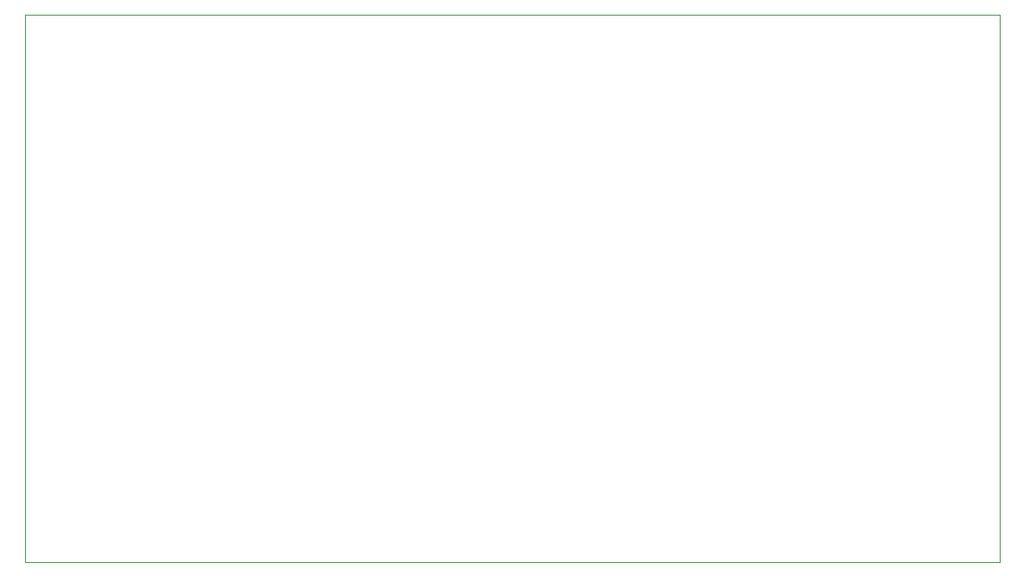
<source format=gbr>
%TF.GenerationSoftware,KiCad,Pcbnew,7.0.7*%
%TF.CreationDate,2023-08-28T09:58:41+02:00*%
%TF.ProjectId,solenoidDecoder,736f6c65-6e6f-4696-9444-65636f646572,rev?*%
%TF.SameCoordinates,Original*%
%TF.FileFunction,Profile,NP*%
%FSLAX46Y46*%
G04 Gerber Fmt 4.6, Leading zero omitted, Abs format (unit mm)*
G04 Created by KiCad (PCBNEW 7.0.7) date 2023-08-28 09:58:41*
%MOMM*%
%LPD*%
G01*
G04 APERTURE LIST*
%TA.AperFunction,Profile*%
%ADD10C,0.100000*%
%TD*%
G04 APERTURE END LIST*
D10*
X51746000Y-36500000D02*
X147000000Y-36500000D01*
X147000000Y-90000000D01*
X51746000Y-90000000D01*
X51746000Y-36500000D01*
M02*

</source>
